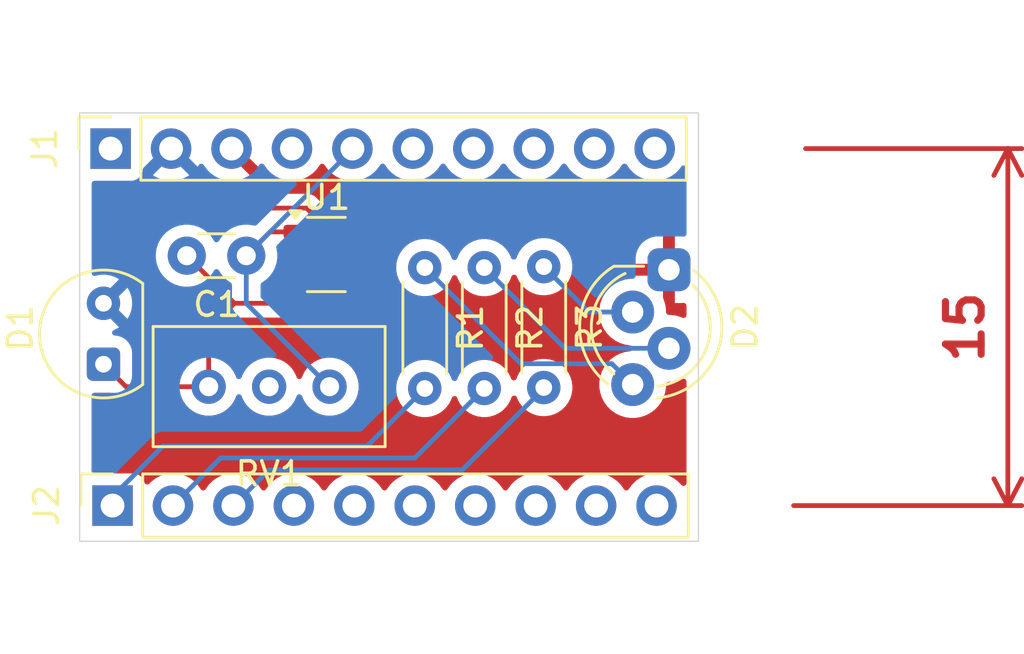
<source format=kicad_pcb>
(kicad_pcb (version 20241229) (generator "pcbnew") (generator_version "9.0")
  (layers (0 "F.Cu" signal) (2 "B.Cu" signal) (13 "F.Paste" user) (15 "B.Paste" user) (5 "F.SilkS" user "F.Silkscreen") (7 "B.SilkS" user "B.Silkscreen") (1 "F.Mask" user) (3 "B.Mask" user) (25 "Edge.Cuts" user))
  (net 0 "")
  (net 1 "Net-(D1-K)")
  (net 2 "BRIGHTNESS-SIGNAL")
  (net 3 "GNDD")
  (net 4 "Net-(D2-GK)")
  (net 5 "Net-(D2-BK)")
  (net 6 "Net-(D2-RK)")
  (net 7 "VCC")
  (net 19 "Net-(J2-Pin_2)")
  (net 22 "Net-(J2-Pin_3)")
  (net 23 "Net-(J2-Pin_1)")
  (footprint "Connector_PinSocket_2.54mm:PinSocket_1x10_P2.54mm_Vertical" (layer "F.Cu") (at 66.8 143 90)
    (property "Reference" "J1" (at 0 -2.77 90) (layer "F.SilkS"))
    (property "Value" "Conn_01x10_Pin")
    (fp_line (start 1.33 -1.33) (end 1.33 0) (stroke (width 0.12)) (layer "F.SilkS"))
    (fp_line (start 0 -1.33) (end 1.33 -1.33) (stroke (width 0.12)) (layer "F.SilkS"))
    (fp_line (start 1.33 1.27) (end 1.33 24.19) (stroke (width 0.12)) (layer "F.SilkS"))
    (fp_line (start -1.33 1.27) (end 1.33 1.27) (stroke (width 0.12)) (layer "F.SilkS"))
    (fp_line (start -1.33 1.27) (end -1.33 24.19) (stroke (width 0.12)) (layer "F.SilkS"))
    (fp_line (start -1.33 24.19) (end 1.33 24.19) (stroke (width 0.12)) (layer "F.SilkS"))
    (pad "1" thru_hole rect (at 0 0 90) (size 1.7 1.7) (drill 1) (layers "*.Cu" "*.Mask"))
    (pad "2" thru_hole circle (at 0 2.54 90) (size 1.7 1.7) (drill 1) (layers "*.Cu" "*.Mask") (net 3 "GNDD"))
    (pad "3" thru_hole circle (at 0 5.08 90) (size 1.7 1.7) (drill 1) (layers "*.Cu" "*.Mask") (net 7 "VCC"))
    (pad "4" thru_hole circle (at 0 7.62 90) (size 1.7 1.7) (drill 1) (layers "*.Cu" "*.Mask"))
    (pad "5" thru_hole circle (at 0 10.16 90) (size 1.7 1.7) (drill 1) (layers "*.Cu" "*.Mask") (net 2 "BRIGHTNESS-SIGNAL"))
    (pad "6" thru_hole circle (at 0 12.7 90) (size 1.7 1.7) (drill 1) (layers "*.Cu" "*.Mask"))
    (pad "7" thru_hole circle (at 0 15.24 90) (size 1.7 1.7) (drill 1) (layers "*.Cu" "*.Mask"))
    (pad "8" thru_hole circle (at 0 17.78 90) (size 1.7 1.7) (drill 1) (layers "*.Cu" "*.Mask"))
    (pad "9" thru_hole circle (at 0 20.32 90) (size 1.7 1.7) (drill 1) (layers "*.Cu" "*.Mask"))
    (pad "10" thru_hole circle (at 0 22.86 90) (size 1.7 1.7) (drill 1) (layers "*.Cu" "*.Mask"))
  )
  (footprint "Resistor_THT:R_Axial_DIN0204_L3.6mm_D1.6mm_P5.08mm_Horizontal" (layer "F.Cu") (at 82.5 148 -90)
    (property "Reference" "R2" (at 2.54 -1.92 90) (layer "F.SilkS"))
    (property "Value" "R")
    (fp_line (start 0.62 0.92) (end 4.46 0.92) (stroke (width 0.12)) (layer "F.SilkS"))
    (fp_line (start 0.62 -0.92) (end 4.46 -0.92) (stroke (width 0.12)) (layer "F.SilkS"))
    (pad "1" thru_hole circle (at 0 0 270) (size 1.4 1.4) (drill 0.7) (layers "*.Cu" "*.Mask") (net 4 "Net-(D2-GK)"))
    (pad "2" thru_hole oval (at 5.08 0 270) (size 1.4 1.4) (drill 0.7) (layers "*.Cu" "*.Mask") (net 19 "Net-(J2-Pin_2)"))
  )
  (footprint "Package_TO_SOT_SMD:SOT-23-5" (layer "F.Cu") (at 75.8625 147.45)
    (property "Reference" "U1" (at 0 -2.4 0) (layer "F.SilkS"))
    (property "Value" "TLV2371DBV")
    (fp_line (start 0 -1.56) (end -0.8 -1.56) (stroke (width 0.12)) (layer "F.SilkS"))
    (fp_line (start 0 -1.56) (end 0.8 -1.56) (stroke (width 0.12)) (layer "F.SilkS"))
    (fp_line (start 0 1.56) (end -0.8 1.56) (stroke (width 0.12)) (layer "F.SilkS"))
    (fp_line (start 0 1.56) (end 0.8 1.56) (stroke (width 0.12)) (layer "F.SilkS"))
    (fp_poly (pts (xy -1.3 -1.51) (xy -1.54 -1.84) (xy -1.06 -1.84)) (stroke (width 0.12)) (fill yes) (layer "F.SilkS"))
    (pad "1" smd roundrect (at -1.1375 -0.95) (size 1.325 0.6) (layers "F.Cu" "F.Mask" "F.Paste") (net 2 "BRIGHTNESS-SIGNAL"))
    (pad "2" smd roundrect (at -1.1375 0) (size 1.325 0.6) (layers "F.Cu" "F.Mask" "F.Paste") (net 3 "GNDD"))
    (pad "3" smd roundrect (at -1.1375 0.95) (size 1.325 0.6) (layers "F.Cu" "F.Mask" "F.Paste") (net 3 "GNDD"))
    (pad "4" smd roundrect (at 1.1375 0.95) (size 1.325 0.6) (layers "F.Cu" "F.Mask" "F.Paste") (net 1 "Net-(D1-K)"))
    (pad "5" smd roundrect (at 1.1375 -0.95) (size 1.325 0.6) (layers "F.Cu" "F.Mask" "F.Paste") (net 7 "VCC"))
  )
  (footprint "Potentiometer_THT:Potentiometer_Bourns_3296W_Vertical" (layer "F.Cu") (at 70.92 153.005 180)
    (property "Reference" "RV1" (at -2.54 -3.66 0) (layer "F.SilkS"))
    (property "Value" "5M")
    (fp_line (start 2.335 -2.52) (end 2.335 2.53) (stroke (width 0.12)) (layer "F.SilkS"))
    (fp_line (start -7.415 2.53) (end 2.335 2.53) (stroke (width 0.12)) (layer "F.SilkS"))
    (fp_line (start -7.415 -2.52) (end 2.335 -2.52) (stroke (width 0.12)) (layer "F.SilkS"))
    (fp_line (start -7.415 -2.52) (end -7.415 2.53) (stroke (width 0.12)) (layer "F.SilkS"))
    (pad "1" thru_hole circle (at 0 0 180) (size 1.44 1.44) (drill 0.8) (layers "*.Cu" "*.Mask") (net 1 "Net-(D1-K)"))
    (pad "2" thru_hole circle (at -2.54 0 180) (size 1.44 1.44) (drill 0.8) (layers "*.Cu" "*.Mask"))
    (pad "3" thru_hole circle (at -5.08 0 180) (size 1.44 1.44) (drill 0.8) (layers "*.Cu" "*.Mask") (net 2 "BRIGHTNESS-SIGNAL"))
  )
  (footprint "LED_THT:LED_D5.0mm-4_RGB_Staggered_Pins" (layer "F.Cu") (at 90.26 148.09 -90)
    (property "Reference" "D2" (at 2.413 -3.198 90) (layer "F.SilkS"))
    (property "Value" "LED_ARGB")
    (fp_line (start -0.147 1.061188) (end -0.147 2.307) (stroke (width 0.12)) (layer "F.SilkS"))
    (fp_arc (start 4.804334 2.556887) (mid 2.262188 3.748194) (end -0.147 2.30683) (stroke (width 0.12)) (layer "F.SilkS"))
    (fp_arc (start 4.372086 2.315056) (mid 2.134091 3.246393) (end 0.158316 1.842) (stroke (width 0.12)) (layer "F.SilkS"))
    (fp_arc (start 0.660401 -1.015999) (mid 3.242766 -1.592649) (end 4.89309 0.475579) (stroke (width 0.12)) (layer "F.SilkS"))
    (fp_arc (start 0.028 -1.038) (mid 3.238737 -2.109652) (end 5.389836 0.503784) (stroke (width 0.12)) (layer "F.SilkS"))
    (pad "1" thru_hole roundrect (at 0 0 270) (size 1.8 1.8) (drill 0.9) (layers "*.Cu" "*.Mask") (net 7 "VCC"))
    (pad "2" thru_hole circle (at 1.778 1.524 270) (size 1.8 1.8) (drill 0.9) (layers "*.Cu" "*.Mask") (net 6 "Net-(D2-RK)"))
    (pad "3" thru_hole circle (at 3.302 0 270) (size 1.8 1.8) (drill 0.9) (layers "*.Cu" "*.Mask") (net 4 "Net-(D2-GK)"))
    (pad "4" thru_hole circle (at 4.826 1.524 270) (size 1.8 1.8) (drill 0.9) (layers "*.Cu" "*.Mask") (net 5 "Net-(D2-BK)"))
  )
  (footprint "Connector_PinSocket_2.54mm:PinSocket_1x10_P2.54mm_Vertical" (layer "F.Cu") (at 66.88 158 90)
    (property "Reference" "J2" (at 0 -2.77 90) (layer "F.SilkS"))
    (property "Value" "Conn_01x10_Pin")
    (fp_line (start 1.33 -1.33) (end 1.33 0) (stroke (width 0.12)) (layer "F.SilkS"))
    (fp_line (start 0 -1.33) (end 1.33 -1.33) (stroke (width 0.12)) (layer "F.SilkS"))
    (fp_line (start 1.33 1.27) (end 1.33 24.19) (stroke (width 0.12)) (layer "F.SilkS"))
    (fp_line (start -1.33 1.27) (end 1.33 1.27) (stroke (width 0.12)) (layer "F.SilkS"))
    (fp_line (start -1.33 1.27) (end -1.33 24.19) (stroke (width 0.12)) (layer "F.SilkS"))
    (fp_line (start -1.33 24.19) (end 1.33 24.19) (stroke (width 0.12)) (layer "F.SilkS"))
    (pad "1" thru_hole rect (at 0 0 90) (size 1.7 1.7) (drill 1) (layers "*.Cu" "*.Mask") (net 23 "Net-(J2-Pin_1)"))
    (pad "2" thru_hole circle (at 0 2.54 90) (size 1.7 1.7) (drill 1) (layers "*.Cu" "*.Mask") (net 19 "Net-(J2-Pin_2)"))
    (pad "3" thru_hole circle (at 0 5.08 90) (size 1.7 1.7) (drill 1) (layers "*.Cu" "*.Mask") (net 22 "Net-(J2-Pin_3)"))
    (pad "4" thru_hole circle (at 0 7.62 90) (size 1.7 1.7) (drill 1) (layers "*.Cu" "*.Mask"))
    (pad "5" thru_hole circle (at 0 10.16 90) (size 1.7 1.7) (drill 1) (layers "*.Cu" "*.Mask"))
    (pad "6" thru_hole circle (at 0 12.7 90) (size 1.7 1.7) (drill 1) (layers "*.Cu" "*.Mask"))
    (pad "7" thru_hole circle (at 0 15.24 90) (size 1.7 1.7) (drill 1) (layers "*.Cu" "*.Mask"))
    (pad "8" thru_hole circle (at 0 17.78 90) (size 1.7 1.7) (drill 1) (layers "*.Cu" "*.Mask"))
    (pad "9" thru_hole circle (at 0 20.32 90) (size 1.7 1.7) (drill 1) (layers "*.Cu" "*.Mask"))
    (pad "10" thru_hole circle (at 0 22.86 90) (size 1.7 1.7) (drill 1) (layers "*.Cu" "*.Mask"))
  )
  (footprint "Capacitor_THT:C_Disc_D3.0mm_W1.6mm_P2.50mm" (layer "F.Cu") (at 72.5 147.5 180)
    (property "Reference" "C1" (at 1.25 -2.05 0) (layer "F.SilkS"))
    (property "Value" "5pF")
    (fp_line (start 0.485 0.92) (end 2.015 0.92) (stroke (width 0.12)) (layer "F.SilkS"))
    (fp_line (start 0.485 -0.92) (end 2.015 -0.92) (stroke (width 0.12)) (layer "F.SilkS"))
    (pad "1" thru_hole circle (at 0 0 180) (size 1.6 1.6) (drill 0.8) (layers "*.Cu" "*.Mask") (net 2 "BRIGHTNESS-SIGNAL"))
    (pad "2" thru_hole circle (at 2.5 0 180) (size 1.6 1.6) (drill 0.8) (layers "*.Cu" "*.Mask") (net 1 "Net-(D1-K)"))
  )
  (footprint "Resistor_THT:R_Axial_DIN0204_L3.6mm_D1.6mm_P5.08mm_Horizontal" (layer "F.Cu") (at 80 148 -90)
    (property "Reference" "R1" (at 2.54 -1.92 90) (layer "F.SilkS"))
    (property "Value" "R")
    (fp_line (start 0.62 0.92) (end 4.46 0.92) (stroke (width 0.12)) (layer "F.SilkS"))
    (fp_line (start 0.62 -0.92) (end 4.46 -0.92) (stroke (width 0.12)) (layer "F.SilkS"))
    (pad "1" thru_hole circle (at 0 0 270) (size 1.4 1.4) (drill 0.7) (layers "*.Cu" "*.Mask") (net 5 "Net-(D2-BK)"))
    (pad "2" thru_hole oval (at 5.08 0 270) (size 1.4 1.4) (drill 0.7) (layers "*.Cu" "*.Mask") (net 23 "Net-(J2-Pin_1)"))
  )
  (footprint "Resistor_THT:R_Axial_DIN0204_L3.6mm_D1.6mm_P5.08mm_Horizontal" (layer "F.Cu") (at 85 147.96 -90)
    (property "Reference" "R3" (at 2.54 -1.92 90) (layer "F.SilkS"))
    (property "Value" "R")
    (fp_line (start 0.62 0.92) (end 4.46 0.92) (stroke (width 0.12)) (layer "F.SilkS"))
    (fp_line (start 0.62 -0.92) (end 4.46 -0.92) (stroke (width 0.12)) (layer "F.SilkS"))
    (pad "1" thru_hole circle (at 0 0 270) (size 1.4 1.4) (drill 0.7) (layers "*.Cu" "*.Mask") (net 6 "Net-(D2-RK)"))
    (pad "2" thru_hole oval (at 5.08 0 270) (size 1.4 1.4) (drill 0.7) (layers "*.Cu" "*.Mask") (net 22 "Net-(J2-Pin_3)"))
  )
  (footprint "OptoDevice:Osram_SFH205" (layer "F.Cu") (at 66.5 152.06 90)
    (property "Reference" "D1" (at 1.52 -3.5 90) (layer "F.SilkS"))
    (property "Value" "SFH206K")
    (fp_line (start -0.85 1.65) (end 3.4 1.65) (stroke (width 0.12)) (layer "F.SilkS"))
    (fp_arc (start -0.85 1.65) (mid 1.266938 -2.686427) (end 3.393756 1.645163) (stroke (width 0.12)) (layer "F.SilkS"))
    (pad "1" thru_hole roundrect (at 0 0 90) (size 1.4 1.4) (drill 0.7) (layers "*.Cu" "*.Mask") (roundrect_rratio 0.178) (net 1 "Net-(D1-K)"))
    (pad "2" thru_hole circle (at 2.56 0 90) (size 1.4 1.4) (drill 0.7) (layers "*.Cu" "*.Mask") (net 3 "GNDD"))
  )
  (gr_rect (start 65.5 141.5) (end 91.5 159.5) (stroke (width 0.05)) (fill no) (layer "Edge.Cuts"))
  (dimension (type orthogonal) (layer "F.Cu") (pts (xy 95 158) (xy 95.5 143)) (height 9.5) (orientation 1) (format (prefix "") (suffix "") (units 3) (units_format 0) (precision 4) (suppress_zeroes yes)) (style (thickness 0.2) (arrow_length 1.27) (text_position_mode 0) (arrow_direction outward) (extension_height 0.58642) (extension_offset 0.5) (keep_text_aligned yes)) (gr_text "15" (at 102.7 150.5 90) (layer "F.Cu") (effects (font (size 1.5 1.5) (thickness 0.3)))))
  (segment (start 77 148.4) (end 75.9 149.5) (width 0.2) (layer "F.Cu") (net 1))
  (segment (start 70.92 150.58) (end 72 149.5) (width 0.2) (layer "F.Cu") (net 1))
  (segment (start 72 149.5) (end 70 147.5) (width 0.2) (layer "F.Cu") (net 1))
  (segment (start 70.92 153.005) (end 70.92 150.58) (width 0.2) (layer "F.Cu") (net 1))
  (segment (start 75.9 149.5) (end 72 149.5) (width 0.2) (layer "F.Cu") (net 1))
  (segment (start 67.445 153.005) (end 66.5 152.06) (width 0.2) (layer "F.Cu") (net 1))
  (segment (start 70.92 153.005) (end 67.445 153.005) (width 0.2) (layer "F.Cu") (net 1))
  (segment (start 74.725 146.5) (end 73.5 146.5) (width 0.2) (layer "F.Cu") (net 2))
  (segment (start 73.5 146.5) (end 72.5 147.5) (width 0.2) (layer "F.Cu") (net 2))
  (segment (start 72.5 149.505) (end 76 153.005) (width 0.2) (layer "B.Cu") (net 2))
  (segment (start 72.5 147.5) (end 76.96 143.04) (width 0.2) (layer "B.Cu") (net 2))
  (segment (start 76.96 143.04) (end 76.96 143) (width 0.2) (layer "B.Cu") (net 2))
  (segment (start 72.5 147.5) (end 72.5 149.505) (width 0.2) (layer "B.Cu") (net 2))
  (segment (start 75.6885 146.159032) (end 75.029468 145.5) (width 0.2) (layer "F.Cu") (net 3))
  (segment (start 74.725 147.45) (end 75.387499 147.45) (width 0.2) (layer "F.Cu") (net 3))
  (segment (start 74.725 148.4) (end 74.725 147.45) (width 0.2) (layer "F.Cu") (net 3))
  (segment (start 75.6885 147.148999) (end 75.6885 146.159032) (width 0.2) (layer "F.Cu") (net 3))
  (segment (start 75.387499 147.45) (end 75.6885 147.148999) (width 0.2) (layer "F.Cu") (net 3))
  (segment (start 71.84 145.5) (end 69.34 143) (width 0.2) (layer "F.Cu") (net 3))
  (segment (start 75.029468 145.5) (end 71.84 145.5) (width 0.2) (layer "F.Cu") (net 3))
  (segment (start 85.892 151.392) (end 90.26 151.392) (width 0.2) (layer "B.Cu") (net 4))
  (segment (start 82.5 148) (end 85.892 151.392) (width 0.2) (layer "B.Cu") (net 4))
  (segment (start 80 148) (end 84.039 152.039) (width 0.2) (layer "B.Cu") (net 5))
  (segment (start 87.859 152.039) (end 88.736 152.916) (width 0.2) (layer "B.Cu") (net 5))
  (segment (start 84.039 152.039) (end 87.859 152.039) (width 0.2) (layer "B.Cu") (net 5))
  (segment (start 86.908 149.868) (end 88.736 149.868) (width 0.2) (layer "B.Cu") (net 6))
  (segment (start 85 147.96) (end 86.908 149.868) (width 0.2) (layer "B.Cu") (net 6))
  (segment (start 69.42 158) (end 71.42 156) (width 0.2) (layer "B.Cu") (net 19))
  (segment (start 79.58 156) (end 82.5 153.08) (width 0.2) (layer "B.Cu") (net 19))
  (segment (start 71.42 156) (end 79.58 156) (width 0.2) (layer "B.Cu") (net 19))
  (segment (start 81.58 156.5) (end 85 153.08) (width 0.2) (layer "B.Cu") (net 22))
  (segment (start 71.96 158) (end 73.46 156.5) (width 0.2) (layer "B.Cu") (net 22))
  (segment (start 73.46 156.5) (end 81.58 156.5) (width 0.2) (layer "B.Cu") (net 22))
  (segment (start 77.58 155.5) (end 80 153.08) (width 0.2) (layer "B.Cu") (net 23))
  (segment (start 69 155.5) (end 77.58 155.5) (width 0.2) (layer "B.Cu") (net 23))
  (segment (start 66.88 158) (end 66.88 157.62) (width 0.2) (layer "B.Cu") (net 23))
  (segment (start 66.88 157.62) (end 69 155.5) (width 0.2) (layer "B.Cu") (net 23))
  (zone (net 7) (net_name "VCC") (layer "F.Cu") (priority 1) (connect_pads (clearance 0.5)) (min_thickness 0.25) (fill yes (thermal_gap 0.5) (thermal_bridge_width 0.5))
    (polygon (pts (xy 65.5 141.5) (xy 65.5 159.5) (xy 91.5 159.5) (xy 91.5 141.5)))
  )
  (zone (net 3) (net_name "GNDD") (layer "B.Cu") (connect_pads (clearance 0.5)) (min_thickness 0.25) (fill yes (thermal_gap 0.5) (thermal_bridge_width 0.5))
    (polygon (pts (xy 65.5 141.5) (xy 65.5 159.5) (xy 91.5 159.5) (xy 91.5 141.5)))
  )
)
</source>
